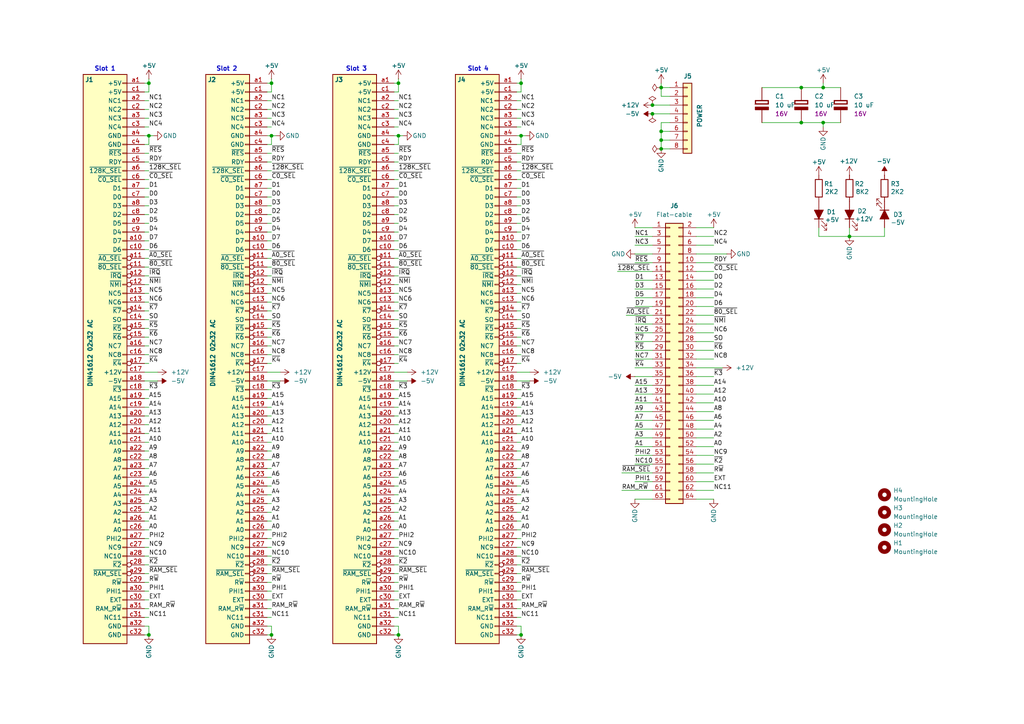
<source format=kicad_sch>
(kicad_sch (version 20231120) (generator "eeschema") (generator_version "8.0")
  (paper "A4")
  (title_block (title "JC2 Backplane") (date "2025-02-26") (rev "V0.2") (comment 1 "v02 2025 Update by Emile") (comment 2 "v01 2022 Original Design by Jörg Walke"))
  (junction (at 238.76 35.56))
  (junction (at 115.57 24.13))
  (junction (at 246.38 68.58))
  (junction (at 151.13 39.37))
  (junction (at 232.41 25.4))
  (junction (at 43.18 39.37))
  (junction (at 115.57 39.37))
  (junction (at 191.77 43.18))
  (junction (at 191.77 25.4))
  (junction (at 78.74 184.15))
  (junction (at 43.18 184.15))
  (junction (at 115.57 184.15))
  (junction (at 232.41 35.56))
  (junction (at 191.77 40.64))
  (junction (at 189.23 30.48))
  (junction (at 151.13 24.13))
  (junction (at 78.74 24.13))
  (junction (at 189.23 33.02))
  (junction (at 238.76 25.4))
  (junction (at 191.77 38.1))
  (junction (at 151.13 184.15))
  (junction (at 78.74 39.37))
  (junction (at 43.18 24.13))
  (wire (pts (xy 114.3 107.95) (xy 118.11 107.95)))
  (wire (pts (xy 149.86 87.63) (xy 151.13 87.63)))
  (wire (pts (xy 114.3 87.63) (xy 115.57 87.63)))
  (wire (pts (xy 151.13 26.67) (xy 149.86 26.67)))
  (wire (pts (xy 41.91 102.87) (xy 43.18 102.87)))
  (wire (pts (xy 114.3 163.83) (xy 115.57 163.83)))
  (wire (pts (xy 41.91 184.15) (xy 43.18 184.15)))
  (wire (pts (xy 77.47 44.45) (xy 78.74 44.45)))
  (wire (pts (xy 43.18 39.37) (xy 43.18 41.91)))
  (wire (pts (xy 184.15 119.38) (xy 189.23 119.38)))
  (wire (pts (xy 184.15 71.12) (xy 189.23 71.12)))
  (wire (pts (xy 77.47 123.19) (xy 78.74 123.19)))
  (wire (pts (xy 41.91 118.11) (xy 43.18 118.11)))
  (wire (pts (xy 41.91 153.67) (xy 43.18 153.67)))
  (wire (pts (xy 43.18 24.13) (xy 43.18 26.67)))
  (wire (pts (xy 149.86 118.11) (xy 151.13 118.11)))
  (wire (pts (xy 77.47 156.21) (xy 78.74 156.21)))
  (wire (pts (xy 189.23 30.48) (xy 194.31 30.48)))
  (wire (pts (xy 114.3 69.85) (xy 115.57 69.85)))
  (wire (pts (xy 77.47 120.65) (xy 78.74 120.65)))
  (wire (pts (xy 77.47 49.53) (xy 78.74 49.53)))
  (wire (pts (xy 77.47 146.05) (xy 78.74 146.05)))
  (wire (pts (xy 41.91 143.51) (xy 43.18 143.51)))
  (wire (pts (xy 184.15 96.52) (xy 189.23 96.52)))
  (wire (pts (xy 184.15 104.14) (xy 189.23 104.14)))
  (wire (pts (xy 149.86 62.23) (xy 151.13 62.23)))
  (wire (pts (xy 114.3 133.35) (xy 115.57 133.35)))
  (wire (pts (xy 149.86 85.09) (xy 151.13 85.09)))
  (wire (pts (xy 201.93 129.54) (xy 207.01 129.54)))
  (wire (pts (xy 77.47 67.31) (xy 78.74 67.31)))
  (wire (pts (xy 41.91 168.91) (xy 43.18 168.91)))
  (wire (pts (xy 114.3 143.51) (xy 115.57 143.51)))
  (wire (pts (xy 201.93 68.58) (xy 207.01 68.58)))
  (wire (pts (xy 114.3 118.11) (xy 115.57 118.11)))
  (wire (pts (xy 41.91 31.75) (xy 43.18 31.75)))
  (wire (pts (xy 114.3 128.27) (xy 115.57 128.27)))
  (wire (pts (xy 149.86 146.05) (xy 151.13 146.05)))
  (wire (pts (xy 41.91 41.91) (xy 43.18 41.91)))
  (wire (pts (xy 77.47 148.59) (xy 78.74 148.59)))
  (wire (pts (xy 43.18 181.61) (xy 43.18 184.15)))
  (wire (pts (xy 201.93 132.08) (xy 207.01 132.08)))
  (wire (pts (xy 114.3 156.21) (xy 115.57 156.21)))
  (wire (pts (xy 184.15 132.08) (xy 189.23 132.08)))
  (wire (pts (xy 149.86 34.29) (xy 151.13 34.29)))
  (wire (pts (xy 149.86 148.59) (xy 151.13 148.59)))
  (wire (pts (xy 115.57 181.61) (xy 115.57 184.15)))
  (wire (pts (xy 149.86 161.29) (xy 151.13 161.29)))
  (wire (pts (xy 114.3 102.87) (xy 115.57 102.87)))
  (wire (pts (xy 181.61 91.44) (xy 189.23 91.44)))
  (wire (pts (xy 114.3 138.43) (xy 115.57 138.43)))
  (wire (pts (xy 191.77 27.94) (xy 191.77 25.4)))
  (wire (pts (xy 184.15 114.3) (xy 189.23 114.3)))
  (wire (pts (xy 41.91 120.65) (xy 43.18 120.65)))
  (wire (pts (xy 184.15 88.9) (xy 189.23 88.9)))
  (wire (pts (xy 201.93 104.14) (xy 207.01 104.14)))
  (wire (pts (xy 201.93 134.62) (xy 207.01 134.62)))
  (wire (pts (xy 149.86 57.15) (xy 151.13 57.15)))
  (wire (pts (xy 114.3 49.53) (xy 115.57 49.53)))
  (wire (pts (xy 149.86 153.67) (xy 151.13 153.67)))
  (wire (pts (xy 238.76 25.4) (xy 232.41 25.4)))
  (wire (pts (xy 77.47 31.75) (xy 78.74 31.75)))
  (wire (pts (xy 114.3 44.45) (xy 115.57 44.45)))
  (wire (pts (xy 43.18 22.86) (xy 43.18 24.13)))
  (wire (pts (xy 77.47 97.79) (xy 78.74 97.79)))
  (wire (pts (xy 201.93 127) (xy 207.01 127)))
  (wire (pts (xy 77.47 100.33) (xy 78.74 100.33)))
  (wire (pts (xy 201.93 106.68) (xy 209.55 106.68)))
  (wire (pts (xy 149.86 72.39) (xy 151.13 72.39)))
  (wire (pts (xy 114.3 41.91) (xy 115.57 41.91)))
  (wire (pts (xy 41.91 156.21) (xy 43.18 156.21)))
  (wire (pts (xy 43.18 39.37) (xy 44.45 39.37)))
  (wire (pts (xy 201.93 101.6) (xy 207.01 101.6)))
  (wire (pts (xy 114.3 166.37) (xy 115.57 166.37)))
  (wire (pts (xy 77.47 158.75) (xy 78.74 158.75)))
  (wire (pts (xy 77.47 29.21) (xy 78.74 29.21)))
  (wire (pts (xy 77.47 153.67) (xy 78.74 153.67)))
  (wire (pts (xy 184.15 121.92) (xy 189.23 121.92)))
  (wire (pts (xy 201.93 83.82) (xy 207.01 83.82)))
  (wire (pts (xy 149.86 74.93) (xy 151.13 74.93)))
  (wire (pts (xy 149.86 173.99) (xy 151.13 173.99)))
  (wire (pts (xy 114.3 179.07) (xy 115.57 179.07)))
  (wire (pts (xy 114.3 67.31) (xy 115.57 67.31)))
  (wire (pts (xy 41.91 123.19) (xy 43.18 123.19)))
  (wire (pts (xy 114.3 168.91) (xy 115.57 168.91)))
  (wire (pts (xy 184.15 86.36) (xy 189.23 86.36)))
  (wire (pts (xy 77.47 77.47) (xy 78.74 77.47)))
  (wire (pts (xy 114.3 36.83) (xy 115.57 36.83)))
  (wire (pts (xy 201.93 142.24) (xy 207.01 142.24)))
  (wire (pts (xy 77.47 166.37) (xy 78.74 166.37)))
  (wire (pts (xy 201.93 73.66) (xy 210.82 73.66)))
  (wire (pts (xy 114.3 29.21) (xy 115.57 29.21)))
  (wire (pts (xy 77.47 64.77) (xy 78.74 64.77)))
  (wire (pts (xy 77.47 110.49) (xy 81.28 110.49)))
  (wire (pts (xy 114.3 82.55) (xy 115.57 82.55)))
  (wire (pts (xy 191.77 38.1) (xy 194.31 38.1)))
  (wire (pts (xy 41.91 146.05) (xy 43.18 146.05)))
  (wire (pts (xy 114.3 74.93) (xy 115.57 74.93)))
  (wire (pts (xy 77.47 85.09) (xy 78.74 85.09)))
  (wire (pts (xy 78.74 39.37) (xy 78.74 41.91)))
  (wire (pts (xy 41.91 97.79) (xy 43.18 97.79)))
  (wire (pts (xy 149.86 97.79) (xy 151.13 97.79)))
  (wire (pts (xy 246.38 66.04) (xy 246.38 68.58)))
  (wire (pts (xy 41.91 67.31) (xy 43.18 67.31)))
  (wire (pts (xy 201.93 93.98) (xy 207.01 93.98)))
  (wire (pts (xy 149.86 133.35) (xy 151.13 133.35)))
  (wire (pts (xy 115.57 22.86) (xy 115.57 24.13)))
  (wire (pts (xy 149.86 120.65) (xy 151.13 120.65)))
  (wire (pts (xy 179.07 78.74) (xy 189.23 78.74)))
  (wire (pts (xy 149.86 64.77) (xy 151.13 64.77)))
  (wire (pts (xy 77.47 107.95) (xy 81.28 107.95)))
  (wire (pts (xy 41.91 107.95) (xy 45.72 107.95)))
  (wire (pts (xy 77.47 34.29) (xy 78.74 34.29)))
  (wire (pts (xy 184.15 139.7) (xy 189.23 139.7)))
  (wire (pts (xy 41.91 90.17) (xy 43.18 90.17)))
  (wire (pts (xy 41.91 85.09) (xy 43.18 85.09)))
  (wire (pts (xy 77.47 130.81) (xy 78.74 130.81)))
  (wire (pts (xy 149.86 158.75) (xy 151.13 158.75)))
  (wire (pts (xy 114.3 77.47) (xy 115.57 77.47)))
  (wire (pts (xy 41.91 161.29) (xy 43.18 161.29)))
  (wire (pts (xy 41.91 173.99) (xy 43.18 173.99)))
  (wire (pts (xy 114.3 92.71) (xy 115.57 92.71)))
  (wire (pts (xy 184.15 116.84) (xy 189.23 116.84)))
  (wire (pts (xy 41.91 148.59) (xy 43.18 148.59)))
  (wire (pts (xy 77.47 140.97) (xy 78.74 140.97)))
  (wire (pts (xy 180.34 137.16) (xy 189.23 137.16)))
  (wire (pts (xy 201.93 78.74) (xy 207.01 78.74)))
  (wire (pts (xy 77.47 179.07) (xy 78.74 179.07)))
  (wire (pts (xy 77.47 54.61) (xy 78.74 54.61)))
  (wire (pts (xy 41.91 46.99) (xy 43.18 46.99)))
  (wire (pts (xy 149.86 102.87) (xy 151.13 102.87)))
  (wire (pts (xy 201.93 139.7) (xy 207.01 139.7)))
  (wire (pts (xy 194.31 35.56) (xy 191.77 35.56)))
  (wire (pts (xy 184.15 124.46) (xy 189.23 124.46)))
  (wire (pts (xy 114.3 95.25) (xy 115.57 95.25)))
  (wire (pts (xy 77.47 125.73) (xy 78.74 125.73)))
  (wire (pts (xy 194.31 27.94) (xy 191.77 27.94)))
  (wire (pts (xy 77.47 41.91) (xy 78.74 41.91)))
  (wire (pts (xy 149.86 128.27) (xy 151.13 128.27)))
  (wire (pts (xy 238.76 35.56) (xy 243.84 35.56)))
  (wire (pts (xy 149.86 130.81) (xy 151.13 130.81)))
  (wire (pts (xy 201.93 71.12) (xy 207.01 71.12)))
  (wire (pts (xy 238.76 36.83) (xy 238.76 35.56)))
  (wire (pts (xy 114.3 64.77) (xy 115.57 64.77)))
  (wire (pts (xy 184.15 144.78) (xy 189.23 144.78)))
  (wire (pts (xy 114.3 184.15) (xy 115.57 184.15)))
  (wire (pts (xy 77.47 163.83) (xy 78.74 163.83)))
  (wire (pts (xy 41.91 163.83) (xy 43.18 163.83)))
  (wire (pts (xy 201.93 96.52) (xy 207.01 96.52)))
  (wire (pts (xy 191.77 25.4) (xy 191.77 24.13)))
  (wire (pts (xy 41.91 181.61) (xy 43.18 181.61)))
  (wire (pts (xy 41.91 49.53) (xy 43.18 49.53)))
  (wire (pts (xy 191.77 40.64) (xy 191.77 43.18)))
  (wire (pts (xy 77.47 80.01) (xy 78.74 80.01)))
  (wire (pts (xy 184.15 99.06) (xy 189.23 99.06)))
  (wire (pts (xy 191.77 35.56) (xy 191.77 38.1)))
  (wire (pts (xy 149.86 156.21) (xy 151.13 156.21)))
  (wire (pts (xy 201.93 66.04) (xy 207.01 66.04)))
  (wire (pts (xy 149.86 29.21) (xy 151.13 29.21)))
  (wire (pts (xy 149.86 24.13) (xy 151.13 24.13)))
  (wire (pts (xy 78.74 181.61) (xy 78.74 184.15)))
  (wire (pts (xy 184.15 101.6) (xy 189.23 101.6)))
  (wire (pts (xy 184.15 68.58) (xy 189.23 68.58)))
  (wire (pts (xy 149.86 105.41) (xy 151.13 105.41)))
  (wire (pts (xy 151.13 39.37) (xy 152.4 39.37)))
  (wire (pts (xy 149.86 107.95) (xy 153.67 107.95)))
  (wire (pts (xy 77.47 118.11) (xy 78.74 118.11)))
  (wire (pts (xy 115.57 26.67) (xy 114.3 26.67)))
  (wire (pts (xy 41.91 133.35) (xy 43.18 133.35)))
  (wire (pts (xy 77.47 105.41) (xy 78.74 105.41)))
  (wire (pts (xy 201.93 144.78) (xy 207.01 144.78)))
  (wire (pts (xy 114.3 158.75) (xy 115.57 158.75)))
  (wire (pts (xy 77.47 171.45) (xy 78.74 171.45)))
  (wire (pts (xy 114.3 52.07) (xy 115.57 52.07)))
  (wire (pts (xy 114.3 72.39) (xy 115.57 72.39)))
  (wire (pts (xy 77.47 168.91) (xy 78.74 168.91)))
  (wire (pts (xy 41.91 179.07) (xy 43.18 179.07)))
  (wire (pts (xy 184.15 134.62) (xy 189.23 134.62)))
  (wire (pts (xy 41.91 140.97) (xy 43.18 140.97)))
  (wire (pts (xy 77.47 59.69) (xy 78.74 59.69)))
  (wire (pts (xy 201.93 91.44) (xy 207.01 91.44)))
  (wire (pts (xy 78.74 24.13) (xy 78.74 26.67)))
  (wire (pts (xy 114.3 123.19) (xy 115.57 123.19)))
  (wire (pts (xy 149.86 59.69) (xy 151.13 59.69)))
  (wire (pts (xy 149.86 69.85) (xy 151.13 69.85)))
  (wire (pts (xy 41.91 24.13) (xy 43.18 24.13)))
  (wire (pts (xy 237.49 68.58) (xy 246.38 68.58)))
  (wire (pts (xy 114.3 125.73) (xy 115.57 125.73)))
  (wire (pts (xy 77.47 57.15) (xy 78.74 57.15)))
  (wire (pts (xy 77.47 102.87) (xy 78.74 102.87)))
  (wire (pts (xy 41.91 39.37) (xy 43.18 39.37)))
  (wire (pts (xy 114.3 57.15) (xy 115.57 57.15)))
  (wire (pts (xy 41.91 72.39) (xy 43.18 72.39)))
  (wire (pts (xy 41.91 52.07) (xy 43.18 52.07)))
  (wire (pts (xy 41.91 64.77) (xy 43.18 64.77)))
  (wire (pts (xy 184.15 129.54) (xy 189.23 129.54)))
  (wire (pts (xy 114.3 171.45) (xy 115.57 171.45)))
  (wire (pts (xy 149.86 92.71) (xy 151.13 92.71)))
  (wire (pts (xy 184.15 127) (xy 189.23 127)))
  (wire (pts (xy 149.86 110.49) (xy 153.67 110.49)))
  (wire (pts (xy 191.77 25.4) (xy 194.31 25.4)))
  (wire (pts (xy 149.86 44.45) (xy 151.13 44.45)))
  (wire (pts (xy 184.15 111.76) (xy 189.23 111.76)))
  (wire (pts (xy 149.86 46.99) (xy 151.13 46.99)))
  (wire (pts (xy 149.86 168.91) (xy 151.13 168.91)))
  (wire (pts (xy 41.91 130.81) (xy 43.18 130.81)))
  (wire (pts (xy 77.47 36.83) (xy 78.74 36.83)))
  (wire (pts (xy 41.91 125.73) (xy 43.18 125.73)))
  (wire (pts (xy 41.91 77.47) (xy 43.18 77.47)))
  (wire (pts (xy 41.91 36.83) (xy 43.18 36.83)))
  (wire (pts (xy 149.86 181.61) (xy 151.13 181.61)))
  (wire (pts (xy 41.91 92.71) (xy 43.18 92.71)))
  (wire (pts (xy 114.3 153.67) (xy 115.57 153.67)))
  (wire (pts (xy 184.15 73.66) (xy 189.23 73.66)))
  (wire (pts (xy 149.86 36.83) (xy 151.13 36.83)))
  (wire (pts (xy 114.3 34.29) (xy 115.57 34.29)))
  (wire (pts (xy 201.93 124.46) (xy 207.01 124.46)))
  (wire (pts (xy 77.47 72.39) (xy 78.74 72.39)))
  (wire (pts (xy 238.76 35.56) (xy 232.41 35.56)))
  (wire (pts (xy 149.86 82.55) (xy 151.13 82.55)))
  (wire (pts (xy 115.57 39.37) (xy 115.57 41.91)))
  (wire (pts (xy 220.98 25.4) (xy 232.41 25.4)))
  (wire (pts (xy 149.86 184.15) (xy 151.13 184.15)))
  (wire (pts (xy 149.86 176.53) (xy 151.13 176.53)))
  (wire (pts (xy 77.47 87.63) (xy 78.74 87.63)))
  (wire (pts (xy 41.91 80.01) (xy 43.18 80.01)))
  (wire (pts (xy 149.86 115.57) (xy 151.13 115.57)))
  (wire (pts (xy 77.47 176.53) (xy 78.74 176.53)))
  (wire (pts (xy 41.91 176.53) (xy 43.18 176.53)))
  (wire (pts (xy 149.86 163.83) (xy 151.13 163.83)))
  (wire (pts (xy 238.76 24.13) (xy 238.76 25.4)))
  (wire (pts (xy 77.47 24.13) (xy 78.74 24.13)))
  (wire (pts (xy 114.3 54.61) (xy 115.57 54.61)))
  (wire (pts (xy 78.74 39.37) (xy 80.01 39.37)))
  (wire (pts (xy 149.86 138.43) (xy 151.13 138.43)))
  (wire (pts (xy 149.86 52.07) (xy 151.13 52.07)))
  (wire (pts (xy 220.98 35.56) (xy 232.41 35.56)))
  (wire (pts (xy 77.47 161.29) (xy 78.74 161.29)))
  (wire (pts (xy 184.15 106.68) (xy 189.23 106.68)))
  (wire (pts (xy 41.91 69.85) (xy 43.18 69.85)))
  (wire (pts (xy 184.15 109.22) (xy 189.23 109.22)))
  (wire (pts (xy 149.86 123.19) (xy 151.13 123.19)))
  (wire (pts (xy 77.47 74.93) (xy 78.74 74.93)))
  (wire (pts (xy 41.91 74.93) (xy 43.18 74.93)))
  (wire (pts (xy 149.86 39.37) (xy 151.13 39.37)))
  (wire (pts (xy 41.91 115.57) (xy 43.18 115.57)))
  (wire (pts (xy 41.91 57.15) (xy 43.18 57.15)))
  (wire (pts (xy 184.15 93.98) (xy 189.23 93.98)))
  (wire (pts (xy 78.74 22.86) (xy 78.74 24.13)))
  (wire (pts (xy 151.13 181.61) (xy 151.13 184.15)))
  (wire (pts (xy 41.91 34.29) (xy 43.18 34.29)))
  (wire (pts (xy 114.3 39.37) (xy 115.57 39.37)))
  (wire (pts (xy 184.15 81.28) (xy 189.23 81.28)))
  (wire (pts (xy 77.47 151.13) (xy 78.74 151.13)))
  (wire (pts (xy 114.3 151.13) (xy 115.57 151.13)))
  (wire (pts (xy 114.3 85.09) (xy 115.57 85.09)))
  (wire (pts (xy 114.3 176.53) (xy 115.57 176.53)))
  (wire (pts (xy 201.93 109.22) (xy 207.01 109.22)))
  (wire (pts (xy 149.86 171.45) (xy 151.13 171.45)))
  (wire (pts (xy 201.93 86.36) (xy 207.01 86.36)))
  (wire (pts (xy 201.93 119.38) (xy 207.01 119.38)))
  (wire (pts (xy 41.91 113.03) (xy 43.18 113.03)))
  (wire (pts (xy 238.76 25.4) (xy 243.84 25.4)))
  (wire (pts (xy 114.3 135.89) (xy 115.57 135.89)))
  (wire (pts (xy 114.3 140.97) (xy 115.57 140.97)))
  (wire (pts (xy 184.15 83.82) (xy 189.23 83.82)))
  (wire (pts (xy 41.91 171.45) (xy 43.18 171.45)))
  (wire (pts (xy 184.15 66.04) (xy 189.23 66.04)))
  (wire (pts (xy 149.86 95.25) (xy 151.13 95.25)))
  (wire (pts (xy 114.3 62.23) (xy 115.57 62.23)))
  (wire (pts (xy 114.3 59.69) (xy 115.57 59.69)))
  (wire (pts (xy 77.47 113.03) (xy 78.74 113.03)))
  (wire (pts (xy 114.3 90.17) (xy 115.57 90.17)))
  (wire (pts (xy 77.47 69.85) (xy 78.74 69.85)))
  (wire (pts (xy 149.86 125.73) (xy 151.13 125.73)))
  (wire (pts (xy 149.86 31.75) (xy 151.13 31.75)))
  (wire (pts (xy 114.3 120.65) (xy 115.57 120.65)))
  (wire (pts (xy 189.23 33.02) (xy 194.31 33.02)))
  (wire (pts (xy 149.86 54.61) (xy 151.13 54.61)))
  (wire (pts (xy 41.91 44.45) (xy 43.18 44.45)))
  (wire (pts (xy 78.74 26.67) (xy 77.47 26.67)))
  (wire (pts (xy 77.47 39.37) (xy 78.74 39.37)))
  (wire (pts (xy 149.86 151.13) (xy 151.13 151.13)))
  (wire (pts (xy 114.3 110.49) (xy 118.11 110.49)))
  (wire (pts (xy 191.77 43.18) (xy 194.31 43.18)))
  (wire (pts (xy 41.91 87.63) (xy 43.18 87.63)))
  (wire (pts (xy 77.47 143.51) (xy 78.74 143.51)))
  (wire (pts (xy 114.3 173.99) (xy 115.57 173.99)))
  (wire (pts (xy 149.86 90.17) (xy 151.13 90.17)))
  (wire (pts (xy 41.91 100.33) (xy 43.18 100.33)))
  (wire (pts (xy 149.86 41.91) (xy 151.13 41.91)))
  (wire (pts (xy 149.86 140.97) (xy 151.13 140.97)))
  (wire (pts (xy 114.3 80.01) (xy 115.57 80.01)))
  (wire (pts (xy 180.34 142.24) (xy 189.23 142.24)))
  (wire (pts (xy 149.86 67.31) (xy 151.13 67.31)))
  (wire (pts (xy 149.86 113.03) (xy 151.13 113.03)))
  (wire (pts (xy 41.91 62.23) (xy 43.18 62.23)))
  (wire (pts (xy 41.91 158.75) (xy 43.18 158.75)))
  (wire (pts (xy 201.93 99.06) (xy 207.01 99.06)))
  (wire (pts (xy 41.91 95.25) (xy 43.18 95.25)))
  (wire (pts (xy 151.13 22.86) (xy 151.13 24.13)))
  (wire (pts (xy 201.93 81.28) (xy 207.01 81.28)))
  (wire (pts (xy 41.91 151.13) (xy 43.18 151.13)))
  (wire (pts (xy 114.3 100.33) (xy 115.57 100.33)))
  (wire (pts (xy 149.86 143.51) (xy 151.13 143.51)))
  (wire (pts (xy 114.3 31.75) (xy 115.57 31.75)))
  (wire (pts (xy 114.3 130.81) (xy 115.57 130.81)))
  (wire (pts (xy 149.86 77.47) (xy 151.13 77.47)))
  (wire (pts (xy 77.47 95.25) (xy 78.74 95.25)))
  (wire (pts (xy 41.91 110.49) (xy 45.72 110.49)))
  (wire (pts (xy 77.47 52.07) (xy 78.74 52.07)))
  (wire (pts (xy 114.3 161.29) (xy 115.57 161.29)))
  (wire (pts (xy 191.77 40.64) (xy 194.31 40.64)))
  (wire (pts (xy 77.47 128.27) (xy 78.74 128.27)))
  (wire (pts (xy 246.38 68.58) (xy 256.54 68.58)))
  (wire (pts (xy 77.47 138.43) (xy 78.74 138.43)))
  (wire (pts (xy 201.93 137.16) (xy 207.01 137.16)))
  (wire (pts (xy 201.93 116.84) (xy 207.01 116.84)))
  (wire (pts (xy 43.18 26.67) (xy 41.91 26.67)))
  (wire (pts (xy 77.47 184.15) (xy 78.74 184.15)))
  (wire (pts (xy 41.91 128.27) (xy 43.18 128.27)))
  (wire (pts (xy 41.91 29.21) (xy 43.18 29.21)))
  (wire (pts (xy 115.57 39.37) (xy 116.84 39.37)))
  (wire (pts (xy 256.54 68.58) (xy 256.54 66.04)))
  (wire (pts (xy 77.47 92.71) (xy 78.74 92.71)))
  (wire (pts (xy 151.13 24.13) (xy 151.13 26.67)))
  (wire (pts (xy 41.91 105.41) (xy 43.18 105.41)))
  (wire (pts (xy 237.49 66.04) (xy 237.49 68.58)))
  (wire (pts (xy 77.47 46.99) (xy 78.74 46.99)))
  (wire (pts (xy 114.3 181.61) (xy 115.57 181.61)))
  (wire (pts (xy 149.86 100.33) (xy 151.13 100.33)))
  (wire (pts (xy 114.3 148.59) (xy 115.57 148.59)))
  (wire (pts (xy 149.86 49.53) (xy 151.13 49.53)))
  (wire (pts (xy 115.57 24.13) (xy 115.57 26.67)))
  (wire (pts (xy 114.3 105.41) (xy 115.57 105.41)))
  (wire (pts (xy 41.91 138.43) (xy 43.18 138.43)))
  (wire (pts (xy 77.47 90.17) (xy 78.74 90.17)))
  (wire (pts (xy 201.93 88.9) (xy 207.01 88.9)))
  (wire (pts (xy 114.3 113.03) (xy 115.57 113.03)))
  (wire (pts (xy 149.86 179.07) (xy 151.13 179.07)))
  (wire (pts (xy 201.93 111.76) (xy 207.01 111.76)))
  (wire (pts (xy 41.91 135.89) (xy 43.18 135.89)))
  (wire (pts (xy 114.3 97.79) (xy 115.57 97.79)))
  (wire (pts (xy 77.47 173.99) (xy 78.74 173.99)))
  (wire (pts (xy 41.91 166.37) (xy 43.18 166.37)))
  (wire (pts (xy 77.47 82.55) (xy 78.74 82.55)))
  (wire (pts (xy 201.93 76.2) (xy 207.01 76.2)))
  (wire (pts (xy 151.13 39.37) (xy 151.13 41.91)))
  (wire (pts (xy 77.47 181.61) (xy 78.74 181.61)))
  (wire (pts (xy 77.47 135.89) (xy 78.74 135.89)))
  (wire (pts (xy 77.47 115.57) (xy 78.74 115.57)))
  (wire (pts (xy 149.86 135.89) (xy 151.13 135.89)))
  (wire (pts (xy 77.47 133.35) (xy 78.74 133.35)))
  (wire (pts (xy 149.86 166.37) (xy 151.13 166.37)))
  (wire (pts (xy 114.3 146.05) (xy 115.57 146.05)))
  (wire (pts (xy 114.3 115.57) (xy 115.57 115.57)))
  (wire (pts (xy 77.47 62.23) (xy 78.74 62.23)))
  (wire (pts (xy 201.93 114.3) (xy 207.01 114.3)))
  (wire (pts (xy 184.15 76.2) (xy 189.23 76.2)))
  (wire (pts (xy 149.86 80.01) (xy 151.13 80.01)))
  (wire (pts (xy 41.91 59.69) (xy 43.18 59.69)))
  (wire (pts (xy 114.3 46.99) (xy 115.57 46.99)))
  (wire (pts (xy 41.91 82.55) (xy 43.18 82.55)))
  (wire (pts (xy 191.77 38.1) (xy 191.77 40.64)))
  (wire (pts (xy 41.91 54.61) (xy 43.18 54.61)))
  (wire (pts (xy 201.93 121.92) (xy 207.01 121.92)))
  (wire (pts (xy 114.3 24.13) (xy 115.57 24.13)))
  (text "Slot 2" (at 65.786 20.066 0) (effects (font (size 1.27 1.27) (thickness 0.254) (bold yes))))
  (text "Slot 4" (at 138.684 20.066 0) (effects (font (size 1.27 1.27) (thickness 0.254) (bold yes))))
  (text "Slot 1" (at 30.48 20.066 0) (effects (font (size 1.27 1.27) (thickness 0.254) (bold yes))))
  (text "Slot 3" (at 103.378 20.066 0) (effects (font (size 1.27 1.27) (thickness 0.254) (bold yes))))
  (label "NC7" (at 43.18 100.33 0))
  (label "D5" (at 115.57 64.77 0))
  (label "A3" (at 78.74 146.05 0))
  (label "D1" (at 78.74 54.61 0))
  (label "~{IRQ}" (at 43.18 80.01 0))
  (label "A11" (at 43.18 125.73 0))
  (label "NC1" (at 78.74 29.21 0))
  (label "A1" (at 151.13 151.13 0))
  (label "D2" (at 115.57 62.23 0))
  (label "A0" (at 151.13 153.67 0))
  (label "~{80_SEL}" (at 151.13 77.47 0))
  (label "NC11" (at 78.74 179.07 0))
  (label "D6" (at 78.74 72.39 0))
  (label "SO" (at 43.18 92.71 0))
  (label "A9" (at 43.18 130.81 0))
  (label "NC5" (at 78.74 85.09 0))
  (label "D3" (at 115.57 59.69 0))
  (label "EXT" (at 115.57 173.99 0))
  (label "D3" (at 151.13 59.69 0))
  (label "~{128K_SEL}" (at 151.13 49.53 0))
  (label "NC10" (at 115.57 161.29 0))
  (label "~{C0_SEL}" (at 151.13 52.07 0))
  (label "A8" (at 78.74 133.35 0))
  (label "A11" (at 184.15 116.84 0))
  (label "NC5" (at 43.18 85.09 0))
  (label "NC4" (at 151.13 36.83 0))
  (label "A13" (at 43.18 120.65 0))
  (label "A15" (at 184.15 111.76 0))
  (label "A13" (at 78.74 120.65 0))
  (label "NC10" (at 43.18 161.29 0))
  (label "PHI1" (at 115.57 171.45 0))
  (label "NC5" (at 115.57 85.09 0))
  (label "~{80_SEL}" (at 207.01 91.44 0))
  (label "A14" (at 115.57 118.11 0))
  (label "D6" (at 151.13 72.39 0))
  (label "A3" (at 151.13 146.05 0))
  (label "A11" (at 78.74 125.73 0))
  (label "A10" (at 78.74 128.27 0))
  (label "~{RAM_SEL}" (at 115.57 166.37 0))
  (label "A6" (at 115.57 138.43 0))
  (label "NC3" (at 78.74 34.29 0))
  (label "A2" (at 78.74 148.59 0))
  (label "D0" (at 151.13 57.15 0))
  (label "NC9" (at 115.57 158.75 0))
  (label "D1" (at 43.18 54.61 0))
  (label "A4" (at 115.57 143.51 0))
  (label "~{RES}" (at 115.57 44.45 0))
  (label "A13" (at 115.57 120.65 0))
  (label "RDY" (at 207.01 76.2 0))
  (label "NC6" (at 207.01 96.52 0))
  (label "~{IRQ}" (at 78.74 80.01 0))
  (label "~{NMI}" (at 43.18 82.55 0))
  (label "PHI2" (at 151.13 156.21 0))
  (label "NC2" (at 207.01 68.58 0))
  (label "~{K2}" (at 78.74 163.83 0))
  (label "A1" (at 184.15 129.54 0))
  (label "A4" (at 207.01 124.46 0))
  (label "RAM_R~{W}" (at 43.18 176.53 0))
  (label "NC2" (at 151.13 31.75 0))
  (label "D4" (at 115.57 67.31 0))
  (label "~{K5}" (at 78.74 95.25 0))
  (label "PHI2" (at 78.74 156.21 0))
  (label "A12" (at 43.18 123.19 0))
  (label "A5" (at 151.13 140.97 0))
  (label "A14" (at 151.13 118.11 0))
  (label "NC9" (at 43.18 158.75 0))
  (label "A4" (at 43.18 143.51 0))
  (label "NC11" (at 43.18 179.07 0))
  (label "A1" (at 115.57 151.13 0))
  (label "D3" (at 43.18 59.69 0))
  (label "D6" (at 115.57 72.39 0))
  (label "A9" (at 151.13 130.81 0))
  (label "~{128K_SEL}" (at 179.07 78.74 0))
  (label "~{NMI}" (at 151.13 82.55 0))
  (label "~{RAM_SEL}" (at 180.34 137.16 0))
  (label "D6" (at 43.18 72.39 0))
  (label "D4" (at 43.18 67.31 0))
  (label "A11" (at 115.57 125.73 0))
  (label "NC1" (at 184.15 68.58 0) (effects (font (thickness 0.1588))))
  (label "~{128K_SEL}" (at 115.57 49.53 0))
  (label "A11" (at 151.13 125.73 0))
  (label "EXT" (at 43.18 173.99 0))
  (label "PHI1" (at 184.15 139.7 0))
  (label "NC10" (at 78.74 161.29 0))
  (label "D3" (at 78.74 59.69 0))
  (label "A14" (at 78.74 118.11 0))
  (label "~{K3}" (at 78.74 113.03 0))
  (label "~{C0_SEL}" (at 115.57 52.07 0))
  (label "PHI2" (at 43.18 156.21 0))
  (label "A12" (at 78.74 123.19 0))
  (label "A8" (at 151.13 133.35 0))
  (label "~{80_SEL}" (at 43.18 77.47 0))
  (label "NC7" (at 115.57 100.33 0))
  (label "NC6" (at 78.74 87.63 0))
  (label "~{RES}" (at 78.74 44.45 0))
  (label "~{K6}" (at 78.74 97.79 0))
  (label "NC3" (at 115.57 34.29 0))
  (label "A12" (at 115.57 123.19 0))
  (label "A9" (at 184.15 119.38 0))
  (label "~{K5}" (at 43.18 95.25 0))
  (label "~{K3}" (at 115.57 113.03 0))
  (label "SO" (at 151.13 92.71 0))
  (label "D7" (at 184.15 88.9 0))
  (label "A13" (at 184.15 114.3 0))
  (label "~{A0_SEL}" (at 115.57 74.93 0))
  (label "A9" (at 115.57 130.81 0))
  (label "NC9" (at 151.13 158.75 0))
  (label "A15" (at 43.18 115.57 0))
  (label "A10" (at 43.18 128.27 0))
  (label "D5" (at 43.18 64.77 0))
  (label "D6" (at 207.01 88.9 0))
  (label "A15" (at 151.13 115.57 0))
  (label "NC7" (at 78.74 100.33 0))
  (label "D2" (at 207.01 83.82 0))
  (label "~{80_SEL}" (at 115.57 77.47 0))
  (label "~{K7}" (at 151.13 90.17 0))
  (label "D0" (at 43.18 57.15 0))
  (label "A7" (at 43.18 135.89 0))
  (label "NC8" (at 115.57 102.87 0))
  (label "~{RAM_SEL}" (at 43.18 166.37 0))
  (label "PHI1" (at 78.74 171.45 0))
  (label "A3" (at 115.57 146.05 0))
  (label "A7" (at 151.13 135.89 0))
  (label "A6" (at 151.13 138.43 0))
  (label "NC6" (at 151.13 87.63 0))
  (label "~{C0_SEL}" (at 207.01 78.74 0))
  (label "A3" (at 184.15 127 0))
  (label "EXT" (at 207.01 139.7 0))
  (label "D1" (at 115.57 54.61 0))
  (label "~{RAM_SEL}" (at 151.13 166.37 0))
  (label "~{K5}" (at 115.57 95.25 0))
  (label "PHI1" (at 43.18 171.45 0))
  (label "~{K4}" (at 184.15 106.68 0))
  (label "A4" (at 151.13 143.51 0))
  (label "~{K6}" (at 151.13 97.79 0))
  (label "NC6" (at 43.18 87.63 0))
  (label "A0" (at 43.18 153.67 0))
  (label "A6" (at 43.18 138.43 0))
  (label "NC7" (at 151.13 100.33 0))
  (label "D4" (at 151.13 67.31 0))
  (label "~{IRQ}" (at 184.15 93.98 0))
  (label "D7" (at 78.74 69.85 0))
  (label "SO" (at 115.57 92.71 0))
  (label "NC8" (at 151.13 102.87 0))
  (label "NC4" (at 43.18 36.83 0))
  (label "D2" (at 151.13 62.23 0))
  (label "RDY" (at 115.57 46.99 0))
  (label "A2" (at 115.57 148.59 0))
  (label "NC8" (at 207.01 104.14 0))
  (label "EXT" (at 78.74 173.99 0))
  (label "A1" (at 43.18 151.13 0))
  (label "A10" (at 207.01 116.84 0))
  (label "~{K7}" (at 78.74 90.17 0))
  (label "NC11" (at 115.57 179.07 0))
  (label "NC1" (at 115.57 29.21 0))
  (label "A0" (at 78.74 153.67 0))
  (label "RDY" (at 43.18 46.99 0))
  (label "A4" (at 78.74 143.51 0))
  (label "A0" (at 207.01 129.54 0))
  (label "D7" (at 43.18 69.85 0))
  (label "~{RES}" (at 151.13 44.45 0))
  (label "NC3" (at 151.13 34.29 0))
  (label "A0" (at 115.57 153.67 0))
  (label "NC1" (at 151.13 29.21 0))
  (label "A6" (at 78.74 138.43 0))
  (label "D5" (at 78.74 64.77 0))
  (label "~{RES}" (at 43.18 44.45 0))
  (label "~{128K_SEL}" (at 43.18 49.53 0))
  (label "~{K3}" (at 43.18 113.03 0))
  (label "A8" (at 115.57 133.35 0))
  (label "D2" (at 43.18 62.23 0))
  (label "A12" (at 151.13 123.19 0))
  (label "A2" (at 43.18 148.59 0))
  (label "~{NMI}" (at 115.57 82.55 0))
  (label "NC4" (at 207.01 71.12 0))
  (label "SO" (at 207.01 99.06 0))
  (label "D0" (at 115.57 57.15 0))
  (label "NC7" (at 184.15 104.14 0))
  (label "A2" (at 151.13 148.59 0))
  (label "~{RES}" (at 184.15 76.2 0))
  (label "~{C0_SEL}" (at 78.74 52.07 0))
  (label "~{A0_SEL}" (at 78.74 74.93 0))
  (label "NC3" (at 184.15 71.12 0) (effects (font (thickness 0.1588))))
  (label "RAM_R~{W}" (at 78.74 176.53 0))
  (label "A3" (at 43.18 146.05 0))
  (label "NC8" (at 78.74 102.87 0))
  (label "EXT" (at 151.13 173.99 0))
  (label "A12" (at 207.01 114.3 0))
  (label "D3" (at 184.15 83.82 0))
  (label "~{A0_SEL}" (at 181.61 91.44 0))
  (label "A8" (at 207.01 119.38 0))
  (label "NC9" (at 78.74 158.75 0))
  (label "RAM_R~{W}" (at 151.13 176.53 0))
  (label "PHI2" (at 184.15 132.08 0))
  (label "NC1" (at 43.18 29.21 0))
  (label "~{K3}" (at 151.13 113.03 0))
  (label "R~{W}" (at 207.01 137.16 0))
  (label "NC2" (at 115.57 31.75 0))
  (label "A8" (at 43.18 133.35 0))
  (label "NC3" (at 43.18 34.29 0))
  (label "R~{W}" (at 43.18 168.91 0))
  (label "R~{W}" (at 78.74 168.91 0))
  (label "D5" (at 151.13 64.77 0))
  (label "~{K6}" (at 43.18 97.79 0))
  (label "RAM_R~{W}" (at 180.34 142.24 0))
  (label "A5" (at 115.57 140.97 0))
  (label "~{K2}" (at 43.18 163.83 0))
  (label "A5" (at 43.18 140.97 0))
  (label "A10" (at 115.57 128.27 0))
  (label "D0" (at 78.74 57.15 0))
  (label "NC5" (at 184.15 96.52 0))
  (label "NC5" (at 151.13 85.09 0))
  (label "NC2" (at 78.74 31.75 0))
  (label "NC6" (at 115.57 87.63 0))
  (label "NC9" (at 207.01 132.08 0))
  (label "A14" (at 207.01 111.76 0))
  (label "D7" (at 151.13 69.85 0))
  (label "SO" (at 78.74 92.71 0))
  (label "A6" (at 207.01 121.92 0))
  (label "~{K2}" (at 207.01 134.62 0))
  (label "A14" (at 43.18 118.11 0))
  (label "~{K2}" (at 151.13 163.83 0))
  (label "D4" (at 207.01 86.36 0))
  (label "NC8" (at 43.18 102.87 0))
  (label "~{NMI}" (at 78.74 82.55 0))
  (label "~{K2}" (at 115.57 163.83 0))
  (label "PHI1" (at 151.13 171.45 0))
  (label "PHI2" (at 115.57 156.21 0))
  (label "~{K4}" (at 78.74 105.41 0))
  (label "~{K5}" (at 184.15 101.6 0))
  (label "~{K7}" (at 184.15 99.06 0))
  (label "~{K7}" (at 43.18 90.17 0))
  (label "~{K6}" (at 207.01 101.6 0))
  (label "NC11" (at 151.13 179.07 0))
  (label "A10" (at 151.13 128.27 0))
  (label "~{K4}" (at 151.13 105.41 0))
  (label "A15" (at 115.57 115.57 0))
  (label "A1" (at 78.74 151.13 0))
  (label "~{K4}" (at 43.18 105.41 0))
  (label "A5" (at 78.74 140.97 0))
  (label "A7" (at 184.15 121.92 0))
  (label "R~{W}" (at 115.57 168.91 0))
  (label "A5" (at 184.15 124.46 0))
  (label "R~{W}" (at 151.13 168.91 0))
  (label "RAM_R~{W}" (at 115.57 176.53 0))
  (label "A7" (at 115.57 135.89 0))
  (label "NC2" (at 43.18 31.75 0))
  (label "~{80_SEL}" (at 78.74 77.47 0))
  (label "A9" (at 78.74 130.81 0))
  (label "NC4" (at 78.74 36.83 0))
  (label "D2" (at 78.74 62.23 0))
  (label "~{A0_SEL}" (at 151.13 74.93 0))
  (label "NC10" (at 184.15 134.62 0))
  (label "A13" (at 151.13 120.65 0))
  (label "~{C0_SEL}" (at 43.18 52.07 0))
  (label "RDY" (at 78.74 46.99 0))
  (label "~{K5}" (at 151.13 95.25 0))
  (label "RDY" (at 151.13 46.99 0))
  (label "~{K3}" (at 207.01 109.22 0))
  (label "~{A0_SEL}" (at 43.18 74.93 0))
  (label "~{128K_SEL}" (at 78.74 49.53 0))
  (label "~{IRQ}" (at 115.57 80.01 0))
  (label "~{RAM_SEL}" (at 78.74 166.37 0))
  (label "D5" (at 184.15 86.36 0))
  (label "A15" (at 78.74 115.57 0))
  (label "~{NMI}" (at 207.01 93.98 0))
  (label "D1" (at 184.15 81.28 0))
  (label "D7" (at 115.57 69.85 0))
  (label "D4" (at 78.74 67.31 0))
  (label "D0" (at 207.01 81.28 0))
  (label "~{IRQ}" (at 151.13 80.01 0))
  (label "NC11" (at 207.01 142.24 0))
  (label "~{K4}" (at 115.57 105.41 0))
  (label "D1" (at 151.13 54.61 0))
  (label "~{K6}" (at 115.57 97.79 0))
  (label "NC10" (at 151.13 161.29 0))
  (label "NC4" (at 115.57 36.83 0))
  (label "~{K7}" (at 115.57 90.17 0))
  (label "A7" (at 78.74 135.89 0))
  (label "A2" (at 207.01 127 0))
  (symbol (lib_id "power:GND") (at 43.18 184.15 0) (unit 1)
    (property "Reference" "#PWR05" (effects (hide yes)))
    (property "Value" "GND" (at 43.18 186.944 90) (effects (justify right)))
    (property "Description" "Power symbol creates a global label with name \"GND\" , ground" (effects (hide yes)))
  )
  (symbol (lib_id "Emile_Custom:JC2_DIN41612_02x32_AC_1") (at 31.75 101.6 0) (unit 1)
    (property "Reference" "J1" (at 25.908 23.114 0) (effects (font (thickness 0.254) (bold yes))))
    (property "Value" "DIN41612 02x32 AC" (at 26.162 102.362 90) (effects (font (thickness 0.254) (bold yes))))
    (property "Footprint" "Connector_DIN:DIN41612_C_2x32_Female_Vertical_THT" (effects (hide yes)))
    (property "Description" "DIN41612 connector, double row (AC), 02x32, script generated (kicad-library-utils/schlib/autogen/connector/)" (effects (hide yes)))
  )
  (symbol (lib_id "power:+5V") (at 78.74 22.86 0) (mirror y) (unit 1)
    (property "Reference" "#PWR06" (effects (hide yes)))
    (property "Value" "+5V" (at 78.74 19.05 0))
    (property "Description" "Power symbol creates a global label with name \"+5V\"" (effects (hide yes)))
  )
  (symbol (lib_id "power:+5V") (at 115.57 22.86 0) (mirror y) (unit 1)
    (property "Reference" "#PWR011" (effects (hide yes)))
    (property "Value" "+5V" (at 115.57 19.05 0))
    (property "Description" "Power symbol creates a global label with name \"+5V\"" (effects (hide yes)))
  )
  (symbol (lib_id "Mechanical:MountingHole") (at 256.54 153.67 0) (unit 1) (exclude_from_sim yes) (in_bom no)
    (property "Reference" "H2" (at 259.08 152.3999 0) (effects (justify left)))
    (property "Value" "MountingHole" (at 259.08 154.9399 0) (effects (justify left)))
    (property "Footprint" "MountingHole:MountingHole_3.2mm_M3" (effects (hide yes)))
    (property "Description" "Mounting Hole without connection" (effects (hide yes)))
  )
  (symbol (lib_id "Mechanical:MountingHole") (at 256.54 148.59 0) (unit 1) (exclude_from_sim yes) (in_bom no)
    (property "Reference" "H3" (at 259.08 147.3199 0) (effects (justify left)))
    (property "Value" "MountingHole" (at 259.08 149.8599 0) (effects (justify left)))
    (property "Footprint" "MountingHole:MountingHole_3.2mm_M3" (effects (hide yes)))
    (property "Description" "Mounting Hole without connection" (effects (hide yes)))
  )
  (symbol (lib_id "Device:R") (at 237.49 54.61 0) (unit 1)
    (property "Reference" "R1" (at 239.014 53.34 0) (effects (justify left)))
    (property "Value" "2K2" (at 239.268 55.626 0) (effects (justify left)))
    (property "Footprint" "Resistor_SMD:R_1206_3216Metric_Pad1.30x1.75mm_HandSolder" (effects (hide yes)))
    (property "Description" "Resistor" (effects (hide yes)))
  )
  (symbol (lib_id "power:-5V") (at 189.23 33.02 90) (unit 1)
    (property "Reference" "#PWR024" (effects (hide yes)))
    (property "Value" "-5V" (at 185.42 33.0199 90) (effects (justify left)))
    (property "Description" "Power symbol creates a global label with name \"-5V\"" (effects (hide yes)))
  )
  (symbol (lib_id "power:+5V") (at 151.13 22.86 0) (mirror y) (unit 1)
    (property "Reference" "#PWR016" (effects (hide yes)))
    (property "Value" "+5V" (at 151.13 19.05 0))
    (property "Description" "Power symbol creates a global label with name \"+5V\"" (effects (hide yes)))
  )
  (symbol (lib_id "power:PWR_FLAG") (at 191.77 43.18 90) (unit 1)
    (property "Reference" "#FLG02" (effects (hide yes)))
    (property "Value" "PWR_FLAG" (effects (hide yes)))
    (property "Description" "Special symbol for telling ERC where power comes from" (effects (hide yes)))
  )
  (symbol (lib_id "power:+5V") (at 238.76 24.13 0) (mirror y) (unit 1)
    (property "Reference" "#PWR026" (effects (hide yes)))
    (property "Value" "+5V" (at 238.76 20.32 0))
    (property "Description" "Power symbol creates a global label with name \"+5V\"" (effects (hide yes)))
  )
  (symbol (lib_id "power:-5V") (at 153.67 110.49 270) (unit 1)
    (property "Reference" "#PWR020" (effects (hide yes)))
    (property "Value" "-5V" (at 157.48 110.4899 90) (effects (justify left)))
    (property "Description" "Power symbol creates a global label with name \"-5V\"" (effects (hide yes)))
  )
  (symbol (lib_id "power:PWR_FLAG") (at 189.23 33.02 180) (unit 1)
    (property "Reference" "#FLG04" (effects (hide yes)))
    (property "Value" "PWR_FLAG" (effects (hide yes)))
    (property "Description" "Special symbol for telling ERC where power comes from" (effects (hide yes)))
  )
  (symbol (lib_id "power:GND") (at 151.13 184.15 0) (unit 1)
    (property "Reference" "#PWR017" (effects (hide yes)))
    (property "Value" "GND" (at 151.13 186.944 90) (effects (justify right)))
    (property "Description" "Power symbol creates a global label with name \"GND\" , ground" (effects (hide yes)))
  )
  (symbol (lib_id "PCM_Elektuur:C-polar") (at 220.98 30.48 0) (unit 1)
    (property "Reference" "C1" (at 224.79 27.9399 0) (effects (justify left)))
    (property "Value" "10 uF" (at 224.79 30.4799 0) (effects (justify left)))
    (property "Footprint" "Capacitor_THT:CP_Radial_D5.0mm_P2.00mm" (effects (hide yes)))
    (property "Description" "capacitor, polar(ized)" (effects (hide yes)))
    (property "Indicator" "+" (effects (hide yes)))
    (property "Rating" "16V" (at 224.79 33.0199 0) (effects (justify left)))
  )
  (symbol (lib_id "power:GND") (at 191.77 43.18 0) (unit 1)
    (property "Reference" "#PWR022" (effects (hide yes)))
    (property "Value" "GND" (at 191.77 45.974 90) (effects (justify right)))
    (property "Description" "Power symbol creates a global label with name \"GND\" , ground" (effects (hide yes)))
  )
  (symbol (lib_id "power:-5V") (at 45.72 110.49 270) (unit 1)
    (property "Reference" "#PWR04" (effects (hide yes)))
    (property "Value" "-5V" (at 49.53 110.4899 90) (effects (justify left)))
    (property "Description" "Power symbol creates a global label with name \"-5V\"" (effects (hide yes)))
  )
  (symbol (lib_id "power:+12V") (at 153.67 107.95 270) (unit 1)
    (property "Reference" "#PWR019" (effects (hide yes)))
    (property "Value" "+12V" (at 157.48 107.9499 90) (effects (justify left)))
    (property "Description" "Power symbol creates a global label with name \"+12V\"" (effects (hide yes)))
  )
  (symbol (lib_id "power:GND") (at 152.4 39.37 90) (unit 1)
    (property "Reference" "#PWR018" (effects (hide yes)))
    (property "Value" "GND" (at 155.194 39.37 90) (effects (justify right)))
    (property "Description" "Power symbol creates a global label with name \"GND\" , ground" (effects (hide yes)))
  )
  (symbol (lib_id "power:GND") (at 116.84 39.37 90) (unit 1)
    (property "Reference" "#PWR013" (effects (hide yes)))
    (property "Value" "GND" (at 119.634 39.37 90) (effects (justify right)))
    (property "Description" "Power symbol creates a global label with name \"GND\" , ground" (effects (hide yes)))
  )
  (symbol (lib_id "power:+12V") (at 118.11 107.95 270) (unit 1)
    (property "Reference" "#PWR014" (effects (hide yes)))
    (property "Value" "+12V" (at 121.92 107.9499 90) (effects (justify left)))
    (property "Description" "Power symbol creates a global label with name \"+12V\"" (effects (hide yes)))
  )
  (symbol (lib_id "Device:R") (at 246.38 54.61 0) (unit 1)
    (property "Reference" "R2" (at 247.904 53.34 0) (effects (justify left)))
    (property "Value" "8K2" (at 248.158 55.626 0) (effects (justify left)))
    (property "Footprint" "Resistor_SMD:R_1206_3216Metric_Pad1.30x1.75mm_HandSolder" (effects (hide yes)))
    (property "Description" "Resistor" (effects (hide yes)))
  )
  (symbol (lib_id "PCM_Elektuur:C-polar") (at 243.84 30.48 0) (unit 1)
    (property "Reference" "C3" (at 247.65 27.9399 0) (effects (justify left)))
    (property "Value" "10 uF" (at 247.65 30.4799 0) (effects (justify left)))
    (property "Footprint" "Capacitor_THT:CP_Radial_D5.0mm_P2.00mm" (effects (hide yes)))
    (property "Description" "capacitor, polar(ized)" (effects (hide yes)))
    (property "Indicator" "+" (effects (hide yes)))
    (property "Rating" "16V" (at 247.65 33.0199 0) (effects (justify left)))
  )
  (symbol (lib_id "power:GND") (at 207.01 144.78 0) (unit 1)
    (property "Reference" "#PWR032" (effects (hide yes)))
    (property "Value" "GND" (at 207.01 147.574 90) (effects (justify right)))
    (property "Description" "Power symbol creates a global label with name \"GND\" , ground" (effects (hide yes)))
  )
  (symbol (lib_id "power:+12V") (at 209.55 106.68 270) (unit 1)
    (property "Reference" "#PWR033" (effects (hide yes)))
    (property "Value" "+12V" (at 213.36 106.6799 90) (effects (justify left)))
    (property "Description" "Power symbol creates a global label with name \"+12V\"" (effects (hide yes)))
  )
  (symbol (lib_id "power:-5V") (at 118.11 110.49 270) (unit 1)
    (property "Reference" "#PWR015" (effects (hide yes)))
    (property "Value" "-5V" (at 121.92 110.4899 90) (effects (justify left)))
    (property "Description" "Power symbol creates a global label with name \"-5V\"" (effects (hide yes)))
  )
  (symbol (lib_id "Device:R") (at 256.54 54.61 0) (unit 1)
    (property "Reference" "R3" (at 258.318 53.34 0) (effects (justify left)))
    (property "Value" "2K2" (at 258.318 55.626 0) (effects (justify left)))
    (property "Footprint" "Resistor_SMD:R_1206_3216Metric_Pad1.30x1.75mm_HandSolder" (effects (hide yes)))
    (property "Description" "Resistor" (effects (hide yes)))
  )
  (symbol (lib_id "power:GND") (at 210.82 73.66 90) (unit 1)
    (property "Reference" "#PWR034" (effects (hide yes)))
    (property "Value" "GND" (at 213.614 73.66 90) (effects (justify right)))
    (property "Description" "Power symbol creates a global label with name \"GND\" , ground" (effects (hide yes)))
  )
  (symbol (lib_id "power:-5V") (at 184.15 109.22 90) (unit 1)
    (property "Reference" "#PWR030" (effects (hide yes)))
    (property "Value" "-5V" (at 180.34 109.2199 90) (effects (justify left)))
    (property "Description" "Power symbol creates a global label with name \"-5V\"" (effects (hide yes)))
  )
  (symbol (lib_id "power:GND") (at 44.45 39.37 90) (unit 1)
    (property "Reference" "#PWR02" (effects (hide yes)))
    (property "Value" "GND" (at 47.244 39.37 90) (effects (justify right)))
    (property "Description" "Power symbol creates a global label with name \"GND\" , ground" (effects (hide yes)))
  )
  (symbol (lib_id "power:GND") (at 184.15 73.66 270) (unit 1)
    (property "Reference" "#PWR029" (effects (hide yes)))
    (property "Value" "GND" (at 181.356 73.66 90) (effects (justify right)))
    (property "Description" "Power symbol creates a global label with name \"GND\" , ground" (effects (hide yes)))
  )
  (symbol (lib_id "power:+5V") (at 207.01 66.04 0) (mirror y) (unit 1)
    (property "Reference" "#PWR028" (effects (hide yes)))
    (property "Value" "+5V" (at 207.01 62.23 0))
    (property "Description" "Power symbol creates a global label with name \"+5V\"" (effects (hide yes)))
  )
  (symbol (lib_id "power:+12V") (at 246.38 50.8 0) (unit 1)
    (property "Reference" "#PWR036" (effects (hide yes)))
    (property "Value" "+12V" (at 246.126 46.736 0))
    (property "Description" "Power symbol creates a global label with name \"+12V\"" (effects (hide yes)))
  )
  (symbol (lib_id "power:+5V") (at 184.15 66.04 0) (mirror y) (unit 1)
    (property "Reference" "#PWR027" (effects (hide yes)))
    (property "Value" "+5V" (at 184.15 62.23 0))
    (property "Description" "Power symbol creates a global label with name \"+5V\"" (effects (hide yes)))
  )
  (symbol (lib_id "Device:LED_Filled") (at 256.54 62.23 270) (unit 1)
    (property "Reference" "D3" (at 259.08 62.23 90) (effects (justify left)))
    (property "Value" "-5V" (at 258.318 64.516 90) (effects (justify left)))
    (property "Footprint" "LED_SMD:LED_1206_3216Metric_Pad1.42x1.75mm_HandSolder" (effects (hide yes)))
    (property "Description" "Light emitting diode, filled shape" (effects (hide yes)))
  )
  (symbol (lib_id "power:+12V") (at 189.23 30.48 90) (unit 1)
    (property "Reference" "#PWR023" (effects (hide yes)))
    (property "Value" "+12V" (at 185.42 30.4799 90) (effects (justify left)))
    (property "Description" "Power symbol creates a global label with name \"+12V\"" (effects (hide yes)))
  )
  (symbol (lib_id "power:GND") (at 184.15 144.78 0) (unit 1)
    (property "Reference" "#PWR031" (effects (hide yes)))
    (property "Value" "GND" (at 184.15 147.574 90) (effects (justify right)))
    (property "Description" "Power symbol creates a global label with name \"GND\" , ground" (effects (hide yes)))
  )
  (symbol (lib_id "PCM_Elektuur:C-polar") (at 232.41 30.48 0) (unit 1)
    (property "Reference" "C2" (at 236.22 27.9399 0) (effects (justify left)))
    (property "Value" "10 uF" (at 236.22 30.4799 0) (effects (justify left)))
    (property "Footprint" "Capacitor_THT:CP_Radial_D5.0mm_P2.00mm" (effects (hide yes)))
    (property "Description" "capacitor, polar(ized)" (effects (hide yes)))
    (property "Indicator" "+" (effects (hide yes)))
    (property "Rating" "16V" (at 236.22 33.0199 0) (effects (justify left)))
  )
  (symbol (lib_id "Device:LED_Filled") (at 246.38 62.23 90) (unit 1)
    (property "Reference" "D2" (at 248.666 61.214 90) (effects (justify right)))
    (property "Value" "+12V" (at 247.904 63.5 90) (effects (justify right)))
    (property "Footprint" "LED_SMD:LED_1206_3216Metric_Pad1.42x1.75mm_HandSolder" (effects (hide yes)))
    (property "Description" "Light emitting diode, filled shape" (effects (hide yes)))
  )
  (symbol (lib_id "Mechanical:MountingHole") (at 256.54 143.51 0) (unit 1) (exclude_from_sim yes) (in_bom no)
    (property "Reference" "H4" (at 259.08 142.2399 0) (effects (justify left)))
    (property "Value" "MountingHole" (at 259.08 144.7799 0) (effects (justify left)))
    (property "Footprint" "MountingHole:MountingHole_3.2mm_M3" (effects (hide yes)))
    (property "Description" "Mounting Hole without connection" (effects (hide yes)))
  )
  (symbol (lib_id "Emile_Custom:JC2_DIN41612_02x32_AC_1") (at 104.14 101.6 0) (unit 1)
    (property "Reference" "J3" (at 98.298 23.114 0) (effects (font (thickness 0.254) (bold yes))))
    (property "Value" "DIN41612 02x32 AC" (at 98.552 102.362 90) (effects (font (thickness 0.254) (bold yes))))
    (property "Footprint" "Connector_DIN:DIN41612_C_2x32_Female_Vertical_THT" (effects (hide yes)))
    (property "Description" "DIN41612 connector, double row (AC), 02x32, script generated (kicad-library-utils/schlib/autogen/connector/)" (effects (hide yes)))
  )
  (symbol (lib_id "Mechanical:MountingHole") (at 256.54 158.75 0) (unit 1) (exclude_from_sim yes) (in_bom no)
    (property "Reference" "H1" (at 259.08 157.4799 0) (effects (justify left)))
    (property "Value" "MountingHole" (at 259.08 160.0199 0) (effects (justify left)))
    (property "Footprint" "MountingHole:MountingHole_3.2mm_M3" (effects (hide yes)))
    (property "Description" "Mounting Hole without connection" (effects (hide yes)))
  )
  (symbol (lib_id "power:+12V") (at 45.72 107.95 270) (unit 1)
    (property "Reference" "#PWR03" (effects (hide yes)))
    (property "Value" "+12V" (at 49.53 107.9499 90) (effects (justify left)))
    (property "Description" "Power symbol creates a global label with name \"+12V\"" (effects (hide yes)))
  )
  (symbol (lib_id "Emile_Custom:JC2_DIN41612_02x32_AC_1") (at 139.7 101.6 0) (unit 1)
    (property "Reference" "J4" (at 133.858 23.114 0) (effects (font (thickness 0.254) (bold yes))))
    (property "Value" "DIN41612 02x32 AC" (at 134.112 102.362 90) (effects (font (thickness 0.254) (bold yes))))
    (property "Footprint" "Connector_DIN:DIN41612_C_2x32_Female_Vertical_THT" (effects (hide yes)))
    (property "Description" "DIN41612 connector, double row (AC), 02x32, script generated (kicad-library-utils/schlib/autogen/connector/)" (effects (hide yes)))
  )
  (symbol (lib_id "power:+5V") (at 43.18 22.86 0) (mirror y) (unit 1)
    (property "Reference" "#PWR01" (effects (hide yes)))
    (property "Value" "+5V" (at 43.18 19.05 0))
    (property "Description" "Power symbol creates a global label with name \"+5V\"" (effects (hide yes)))
  )
  (symbol (lib_id "power:-5V") (at 256.54 50.8 0) (unit 1)
    (property "Reference" "#PWR037" (effects (hide yes)))
    (property "Value" "-5V" (at 256.286 46.736 0))
    (property "Description" "Power symbol creates a global label with name \"-5V\"" (effects (hide yes)))
  )
  (symbol (lib_id "power:PWR_FLAG") (at 191.77 25.4 90) (unit 1)
    (property "Reference" "#FLG01" (effects (hide yes)))
    (property "Value" "PWR_FLAG" (effects (hide yes)))
    (property "Description" "Special symbol for telling ERC where power comes from" (effects (hide yes)))
  )
  (symbol (lib_id "Device:LED_Filled") (at 237.49 62.23 90) (unit 1)
    (property "Reference" "D1" (at 239.776 61.468 90) (effects (justify right)))
    (property "Value" "+5V" (at 239.268 63.754 90) (effects (justify right)))
    (property "Footprint" "LED_SMD:LED_1206_3216Metric_Pad1.42x1.75mm_HandSolder" (effects (hide yes)))
    (property "Description" "Light emitting diode, filled shape" (effects (hide yes)))
  )
  (symbol (lib_id "power:GND") (at 115.57 184.15 0) (unit 1)
    (property "Reference" "#PWR012" (effects (hide yes)))
    (property "Value" "GND" (at 115.57 186.944 90) (effects (justify right)))
    (property "Description" "Power symbol creates a global label with name \"GND\" , ground" (effects (hide yes)))
  )
  (symbol (lib_id "power:GND") (at 246.38 68.58 0) (unit 1)
    (property "Reference" "#PWR038" (effects (hide yes)))
    (property "Value" "GND" (at 246.38 71.374 90) (effects (justify right)))
    (property "Description" "Power symbol creates a global label with name \"GND\" , ground" (effects (hide yes)))
  )
  (symbol (lib_id "power:+12V") (at 81.28 107.95 270) (unit 1)
    (property "Reference" "#PWR09" (effects (hide yes)))
    (property "Value" "+12V" (at 85.09 107.9499 90) (effects (justify left)))
    (property "Description" "Power symbol creates a global label with name \"+12V\"" (effects (hide yes)))
  )
  (symbol (lib_id "power:+5V") (at 191.77 24.13 0) (mirror y) (unit 1)
    (property "Reference" "#PWR021" (effects (hide yes)))
    (property "Value" "+5V" (at 191.77 20.32 0))
    (property "Description" "Power symbol creates a global label with name \"+5V\"" (effects (hide yes)))
  )
  (symbol (lib_id "power:-5V") (at 81.28 110.49 270) (unit 1)
    (property "Reference" "#PWR010" (effects (hide yes)))
    (property "Value" "-5V" (at 85.09 110.4899 90) (effects (justify left)))
    (property "Description" "Power symbol creates a global label with name \"-5V\"" (effects (hide yes)))
  )
  (symbol (lib_id "Connector_Generic:Conn_02x32_Odd_Even") (at 194.31 104.14 0) (unit 1)
    (property "Reference" "J6" (at 195.58 59.69 0) (effects (font (thickness 0.254) (bold yes))))
    (property "Value" "Flat-cable" (at 195.58 62.23 0))
    (property "Footprint" "Connector_IDC:IDC-Header_2x32_P2.54mm_Horizontal" (effects (hide yes)))
    (property "Description" "Generic connector, double row, 02x32, odd/even pin numbering scheme (row 1 odd numbers, row 2 even numbers), script generated (kicad-library-utils/schlib/autogen/connector/)" (effects (hide yes)))
  )
  (symbol (lib_id "Connector_Generic:Conn_01x08") (at 199.39 33.02 0) (unit 1)
    (property "Reference" "J5" (at 198.12 22.098 0) (effects (font (thickness 0.254) (bold yes)) (justify left)))
    (property "Value" "POWER" (at 202.946 37.084 90) (effects (font (thickness 0.254) (bold yes)) (justify left)))
    (property "Footprint" "Connector_Molex:Molex_Mini-Fit_Jr_5566-08A_2x04_P4.20mm_Vertical" (effects (hide yes)))
    (property "Description" "Generic connector, single row, 01x08, script generated (kicad-library-utils/schlib/autogen/connector/)" (effects (hide yes)))
  )
  (symbol (lib_id "power:+5V") (at 237.49 50.8 0) (mirror y) (unit 1)
    (property "Reference" "#PWR035" (effects (hide yes)))
    (property "Value" "+5V" (at 237.49 46.99 0))
    (property "Description" "Power symbol creates a global label with name \"+5V\"" (effects (hide yes)))
  )
  (symbol (lib_id "Emile_Custom:JC2_DIN41612_02x32_AC_1") (at 67.31 101.6 0) (unit 1)
    (property "Reference" "J2" (at 61.468 23.114 0) (effects (font (thickness 0.254) (bold yes))))
    (property "Value" "DIN41612 02x32 AC" (at 61.722 102.362 90) (effects (font (thickness 0.254) (bold yes))))
    (property "Footprint" "Connector_DIN:DIN41612_C_2x32_Female_Vertical_THT" (effects (hide yes)))
    (property "Description" "DIN41612 connector, double row (AC), 02x32, script generated (kicad-library-utils/schlib/autogen/connector/)" (effects (hide yes)))
  )
  (symbol (lib_id "power:PWR_FLAG") (at 189.23 30.48 0) (unit 1)
    (property "Reference" "#FLG03" (effects (hide yes)))
    (property "Value" "PWR_FLAG" (effects (hide yes)))
    (property "Description" "Special symbol for telling ERC where power comes from" (effects (hide yes)))
  )
  (symbol (lib_id "power:GND") (at 80.01 39.37 90) (unit 1)
    (property "Reference" "#PWR08" (effects (hide yes)))
    (property "Value" "GND" (at 82.804 39.37 90) (effects (justify right)))
    (property "Description" "Power symbol creates a global label with name \"GND\" , ground" (effects (hide yes)))
  )
  (symbol (lib_id "power:GND") (at 78.74 184.15 0) (unit 1)
    (property "Reference" "#PWR07" (effects (hide yes)))
    (property "Value" "GND" (at 78.74 186.944 90) (effects (justify right)))
    (property "Description" "Power symbol creates a global label with name \"GND\" , ground" (effects (hide yes)))
  )
  (symbol (lib_id "power:GND") (at 238.76 36.83 0) (unit 1)
    (property "Reference" "#PWR025" (effects (hide yes)))
    (property "Value" "GND" (at 238.76 39.624 90) (effects (justify right)))
    (property "Description" "Power symbol creates a global label with name \"GND\" , ground" (effects (hide yes)))
  )
)
</source>
